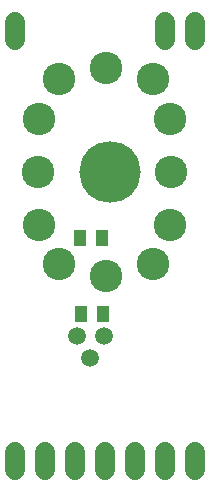
<source format=gbs>
G75*
%MOIN*%
%OFA0B0*%
%FSLAX25Y25*%
%IPPOS*%
%LPD*%
%AMOC8*
5,1,8,0,0,1.08239X$1,22.5*
%
%ADD10C,0.06800*%
%ADD11C,0.10800*%
%ADD12C,0.20485*%
%ADD13R,0.03950X0.05524*%
%ADD14C,0.05918*%
D10*
X0011170Y0006100D02*
X0011170Y0012100D01*
X0021170Y0012100D02*
X0021170Y0006100D01*
X0031170Y0006100D02*
X0031170Y0012100D01*
X0041170Y0012100D02*
X0041170Y0006100D01*
X0051170Y0006100D02*
X0051170Y0012100D01*
X0061170Y0012100D02*
X0061170Y0006100D01*
X0071170Y0006100D02*
X0071170Y0012100D01*
X0071170Y0149407D02*
X0071170Y0155407D01*
X0061170Y0155407D02*
X0061170Y0149407D01*
X0011170Y0149407D02*
X0011170Y0155407D01*
D11*
X0025747Y0136334D03*
X0019123Y0123273D03*
X0018623Y0105557D03*
X0019123Y0087840D03*
X0025747Y0074779D03*
X0041495Y0070842D03*
X0057243Y0074779D03*
X0062617Y0087840D03*
X0063117Y0105557D03*
X0062617Y0123273D03*
X0057243Y0136334D03*
X0041495Y0140271D03*
D12*
X0042745Y0105557D03*
D13*
X0039943Y0083413D03*
X0032857Y0083413D03*
X0033257Y0058013D03*
X0040343Y0058013D03*
D14*
X0040600Y0050813D03*
X0036200Y0043613D03*
X0031800Y0050813D03*
M02*

</source>
